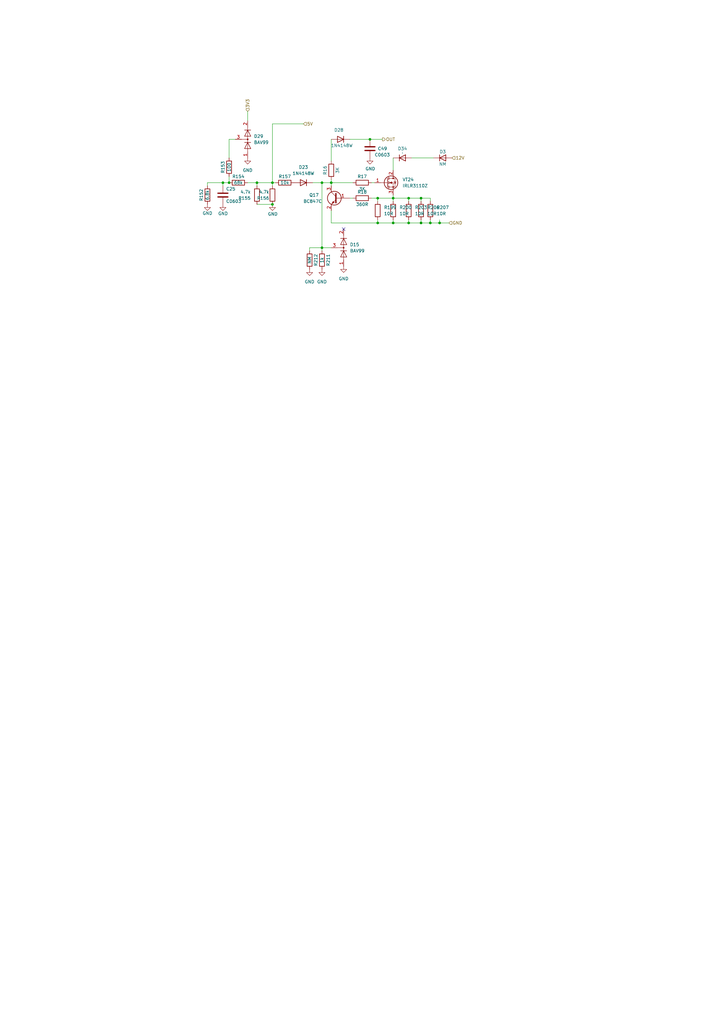
<source format=kicad_sch>
(kicad_sch (version 20211123) (generator eeschema)
  (paper "A3" portrait)
  (title_block (title "s105") (rev "0.1") (company "rusEFI"))
  (lib_symbols
    (symbol "Device:C" (pin_numbers hide) (pin_names (offset 0.254))
      (property "Reference" "C" (at 0.635 2.54 0))
      (property "Value" "C" (at 0.635 -2.54 0))
      (symbol "C_0_1"
        (polyline (pts (xy -2.032 -0.762) (xy 2.032 -0.762)) (stroke (width 0.508)))
        (polyline (pts (xy -2.032 0.762) (xy 2.032 0.762)) (stroke (width 0.508)))
      )
      (symbol "C_1_1"
        (pin passive line (at 0 3.81 270) (length 2.794) (name "~") (number "1"))
        (pin passive line (at 0 -3.81 90) (length 2.794) (name "~") (number "2"))
      )
    )
    (symbol "Device:R" (pin_numbers hide) (pin_names (offset 0))
      (property "Reference" "R" (at 2.032 0 90))
      (property "Value" "R" (at 0 0 90))
      (symbol "R_0_1"
        (rectangle (start -1.016 -2.54) (end 1.016 2.54) (stroke (width 0.254)))
      )
      (symbol "R_1_1"
        (pin passive line (at 0 3.81 270) (length 1.27) (name "~") (number "1"))
        (pin passive line (at 0 -3.81 90) (length 1.27) (name "~") (number "2"))
      )
    )
    (symbol "Diode:1N4148W" (pin_numbers hide) (pin_names hide)
      (property "Reference" "D" (at 0 2.54 0))
      (property "Value" "1N4148W" (at 0 -2.54 0))
      (symbol "1N4148W_0_1"
        (polyline (pts (xy -1.27 1.27) (xy -1.27 -1.27)) (stroke (width 0.254)))
        (polyline (pts (xy 1.27 0) (xy -1.27 0)))
        (polyline (pts (xy 1.27 1.27) (xy 1.27 -1.27) (xy -1.27 0) (xy 1.27 1.27)) (stroke (width 0.254)))
      )
      (symbol "1N4148W_1_1"
        (pin passive line (at -3.81 0 0) (length 2.54) (name "K") (number "1"))
        (pin passive line (at 3.81 0 180) (length 2.54) (name "A") (number "2"))
      )
    )
    (symbol "Diode:BAV99" (pin_names hide)
      (property "Reference" "D" (at 0 5.08 0))
      (property "Value" "BAV99" (at 0 2.54 0))
      (symbol "BAV99_0_1"
        (polyline (pts (xy -5.08 0) (xy 5.08 0)))
      )
      (symbol "BAV99_1_1"
        (polyline (pts (xy 0 0) (xy 0 -2.54)))
        (polyline (pts (xy -1.27 -1.27) (xy -1.27 1.27) (xy -1.27 1.27)) (stroke (width 0.2032)))
        (polyline (pts (xy 3.81 1.27) (xy 3.81 -1.27) (xy 3.81 -1.27)) (stroke (width 0.2032)))
        (polyline (pts (xy -3.81 1.27) (xy -1.27 0) (xy -3.81 -1.27) (xy -3.81 1.27) (xy -3.81 1.27) (xy -3.81 1.27)) (stroke (width 0.2032)))
        (polyline (pts (xy 1.27 1.27) (xy 3.81 0) (xy 1.27 -1.27) (xy 1.27 1.27) (xy 1.27 1.27) (xy 1.27 1.27)) (stroke (width 0.2032)))
        (circle (center 0 0) (radius 0.254) (fill (type outline)))
        (pin passive line (at -7.62 0 0) (length 2.54) (name "K") (number "1"))
        (pin passive line (at 7.62 0 180) (length 2.54) (name "A") (number "2"))
        (pin passive line (at 0 -5.08 90) (length 2.54) (name "K") (number "3"))
      )
    )
    (symbol "Diode:US2JA" (pin_numbers hide) (pin_names (offset 1.016) hide)
      (property "Reference" "D" (at 0 2.54 0))
      (property "Value" "US2JA" (at 0 -2.54 0))
      (symbol "US2JA_0_1"
        (polyline (pts (xy -1.27 1.27) (xy -1.27 -1.27)) (stroke (width 0.254)))
        (polyline (pts (xy 1.27 0) (xy -1.27 0)))
        (polyline (pts (xy 1.27 1.27) (xy 1.27 -1.27) (xy -1.27 0) (xy 1.27 1.27)) (stroke (width 0.254)))
      )
      (symbol "US2JA_1_1"
        (pin passive line (at -3.81 0 0) (length 2.54) (name "K") (number "1"))
        (pin passive line (at 3.81 0 180) (length 2.54) (name "A") (number "2"))
      )
    )
    (symbol "Transistor_BJT:BC847" (pin_names (offset 0) hide)
      (property "Reference" "Q" (at 5.08 1.905 0))
      (property "Value" "BC847" (at 5.08 0 0))
      (symbol "BC847_0_1"
        (polyline (pts (xy 0.635 0.635) (xy 2.54 2.54)))
        (polyline (pts (xy 0.635 -0.635) (xy 2.54 -2.54) (xy 2.54 -2.54)))
        (polyline (pts (xy 0.635 1.905) (xy 0.635 -1.905) (xy 0.635 -1.905)) (stroke (width 0.508)))
        (polyline (pts (xy 1.27 -1.778) (xy 1.778 -1.27) (xy 2.286 -2.286) (xy 1.27 -1.778) (xy 1.27 -1.778)) (fill (type outline)))
        (circle (center 1.27 0) (radius 2.8194) (stroke (width 0.254)))
      )
      (symbol "BC847_1_1"
        (pin input line (at -5.08 0 0) (length 5.715) (name "B") (number "1"))
        (pin passive line (at 2.54 -5.08 90) (length 2.54) (name "E") (number "2"))
        (pin passive line (at 2.54 5.08 270) (length 2.54) (name "C") (number "3"))
      )
    )
    (symbol "Transistor_FET:IRFS4115" (pin_names hide)
      (property "Reference" "Q" (at 5.08 1.905 0))
      (property "Value" "IRFS4115" (at 5.08 0 0))
      (symbol "IRFS4115_0_1"
        (polyline (pts (xy 0.254 0) (xy -2.54 0)))
        (polyline (pts (xy 0.254 1.905) (xy 0.254 -1.905)) (stroke (width 0.254)))
        (polyline (pts (xy 0.762 -1.27) (xy 0.762 -2.286)) (stroke (width 0.254)))
        (polyline (pts (xy 0.762 0.508) (xy 0.762 -0.508)) (stroke (width 0.254)))
        (polyline (pts (xy 0.762 2.286) (xy 0.762 1.27)) (stroke (width 0.254)))
        (polyline (pts (xy 2.54 2.54) (xy 2.54 1.778)))
        (polyline (pts (xy 2.54 -2.54) (xy 2.54 0) (xy 0.762 0)))
        (polyline (pts (xy 0.762 -1.778) (xy 3.302 -1.778) (xy 3.302 1.778) (xy 0.762 1.778)))
        (polyline (pts (xy 1.016 0) (xy 2.032 0.381) (xy 2.032 -0.381) (xy 1.016 0)) (fill (type outline)))
        (polyline (pts (xy 2.794 0.508) (xy 2.921 0.381) (xy 3.683 0.381) (xy 3.81 0.254)))
        (polyline (pts (xy 3.302 0.381) (xy 2.921 -0.254) (xy 3.683 -0.254) (xy 3.302 0.381)))
        (circle (center 1.651 0) (radius 2.794) (stroke (width 0.254)))
        (circle (center 2.54 -1.778) (radius 0.254) (fill (type outline)))
        (circle (center 2.54 1.778) (radius 0.254) (fill (type outline)))
      )
      (symbol "IRFS4115_1_1"
        (pin passive line (at -5.08 0 0) (length 2.54) (name "G") (number "1"))
        (pin passive line (at 2.54 5.08 270) (length 2.54) (name "D") (number "2"))
        (pin passive line (at 2.54 -5.08 90) (length 2.54) (name "S") (number "3"))
      )
    )
    (symbol "power:GND" (power) (pin_names (offset 0))
      (property "Value" "GND" (at 0 -3.81 0))
      (symbol "GND_0_1"
        (polyline (pts (xy 0 0) (xy 0 -1.27) (xy 1.27 -1.27) (xy 0 -2.54) (xy -1.27 -1.27) (xy 0 -1.27)))
      )
      (symbol "GND_1_1"
        (pin power_in line (at 0 0 270) (length 0) hide (name "GND") (number "1"))
      )
    )
  )
  (junction (at 132.08 74.93))
  (junction (at 132.08 101.6))
  (junction (at 167.64 91.44))
  (junction (at 161.29 81.28))
  (junction (at 91.44 74.93))
  (junction (at 154.94 81.28))
  (junction (at 93.98 74.93))
  (junction (at 111.76 83.82))
  (junction (at 180.34 91.44))
  (junction (at 105.41 74.93))
  (junction (at 151.765 57.15))
  (junction (at 111.76 74.93))
  (junction (at 167.64 81.28))
  (junction (at 176.53 91.44))
  (junction (at 135.89 74.93))
  (junction (at 154.94 91.44))
  (junction (at 172.72 91.44))
  (junction (at 161.29 91.44))
  (junction (at 172.72 81.28))
  (no_connect (at 140.97 93.98))
  (wire (pts (xy 154.94 90.17) (xy 154.94 91.44)))
  (wire (pts (xy 127 101.6) (xy 132.08 101.6)))
  (wire (pts (xy 154.94 91.44) (xy 161.29 91.44)))
  (wire (pts (xy 105.41 76.2) (xy 105.41 74.93)))
  (wire (pts (xy 161.29 91.44) (xy 161.29 90.17)))
  (wire (pts (xy 111.76 76.2) (xy 111.76 74.93)))
  (wire (pts (xy 154.94 82.55) (xy 154.94 81.28)))
  (wire (pts (xy 161.29 81.28) (xy 161.29 80.01)))
  (wire (pts (xy 167.64 81.28) (xy 161.29 81.28)))
  (wire (pts (xy 132.08 74.93) (xy 135.89 74.93)))
  (wire (pts (xy 93.98 57.15) (xy 96.52 57.15)))
  (wire (pts (xy 135.89 86.36) (xy 135.89 91.44)))
  (wire (pts (xy 127 102.87) (xy 127 101.6)))
  (wire (pts (xy 167.64 91.44) (xy 161.29 91.44)))
  (wire (pts (xy 135.89 57.15) (xy 135.89 66.04)))
  (wire (pts (xy 151.765 57.15) (xy 143.51 57.15)))
  (wire (pts (xy 135.89 74.93) (xy 144.78 74.93)))
  (wire (pts (xy 176.53 82.55) (xy 176.53 81.28)))
  (wire (pts (xy 111.76 74.93) (xy 105.41 74.93)))
  (wire (pts (xy 91.44 74.93) (xy 93.98 74.93)))
  (wire (pts (xy 111.76 50.8) (xy 111.76 74.93)))
  (wire (pts (xy 135.89 76.2) (xy 135.89 74.93)))
  (wire (pts (xy 161.29 64.77) (xy 161.29 69.85)))
  (wire (pts (xy 172.72 81.28) (xy 172.72 82.55)))
  (wire (pts (xy 128.27 74.93) (xy 132.08 74.93)))
  (wire (pts (xy 152.4 74.93) (xy 153.67 74.93)))
  (wire (pts (xy 93.98 72.39) (xy 93.98 74.93)))
  (wire (pts (xy 167.64 91.44) (xy 172.72 91.44)))
  (wire (pts (xy 135.89 73.66) (xy 135.89 74.93)))
  (wire (pts (xy 85.09 74.93) (xy 85.09 76.2)))
  (wire (pts (xy 172.72 81.28) (xy 167.64 81.28)))
  (wire (pts (xy 172.72 91.44) (xy 176.53 91.44)))
  (wire (pts (xy 176.53 91.44) (xy 180.34 91.44)))
  (wire (pts (xy 161.29 81.28) (xy 161.29 82.55)))
  (wire (pts (xy 154.94 81.28) (xy 161.29 81.28)))
  (wire (pts (xy 168.91 64.77) (xy 177.8 64.77)))
  (wire (pts (xy 132.08 102.87) (xy 132.08 101.6)))
  (wire (pts (xy 101.6 45.72) (xy 101.6 49.53)))
  (wire (pts (xy 156.845 57.15) (xy 151.765 57.15)))
  (wire (pts (xy 132.08 101.6) (xy 132.08 74.93)))
  (wire (pts (xy 176.53 90.17) (xy 176.53 91.44)))
  (wire (pts (xy 135.89 91.44) (xy 154.94 91.44)))
  (wire (pts (xy 105.41 74.93) (xy 101.6 74.93)))
  (wire (pts (xy 111.76 83.82) (xy 105.41 83.82)))
  (wire (pts (xy 176.53 81.28) (xy 172.72 81.28)))
  (wire (pts (xy 91.44 74.93) (xy 91.44 76.2)))
  (wire (pts (xy 180.34 90.17) (xy 180.34 91.44)))
  (wire (pts (xy 167.64 82.55) (xy 167.64 81.28)))
  (wire (pts (xy 111.76 74.93) (xy 113.03 74.93)))
  (wire (pts (xy 93.98 57.15) (xy 93.98 64.77)))
  (wire (pts (xy 124.46 50.8) (xy 111.76 50.8)))
  (wire (pts (xy 143.51 81.28) (xy 144.78 81.28)))
  (wire (pts (xy 85.09 74.93) (xy 91.44 74.93)))
  (wire (pts (xy 172.72 90.17) (xy 172.72 91.44)))
  (wire (pts (xy 152.4 81.28) (xy 154.94 81.28)))
  (wire (pts (xy 180.34 91.44) (xy 184.15 91.44)))
  (wire (pts (xy 167.64 90.17) (xy 167.64 91.44)))
  (wire (pts (xy 135.89 101.6) (xy 132.08 101.6)))
  (hierarchical_label "5V" (shape input) (at 124.46 50.8 0))
  (hierarchical_label "OUT" (shape output) (at 156.845 57.15 0))
  (hierarchical_label "3V3" (shape input) (at 101.6 45.72 90))
  (hierarchical_label "12V" (shape input) (at 185.42 64.77 0))
  (hierarchical_label "GND" (shape input) (at 184.15 91.44 0))
  (symbol (lib_id "Device:R") (at 176.53 86.36 0) (unit 1)
    (property "Reference" "R207" (at 179.07 85.0899 0) (effects (justify left)))
    (property "Value" "10R" (at 179.07 87.6299 0) (effects (justify left)))
    (property "Footprint" "Resistor_SMD:R_0805_2012Metric" (effects hide))
  )
  (symbol (lib_id "Device:R") (at 154.94 86.36 0) (unit 1)
    (property "Reference" "R199" (at 157.48 85.0899 0) (effects (justify left)))
    (property "Value" "10R" (at 157.48 87.6299 0) (effects (justify left)))
    (property "Footprint" "Resistor_SMD:R_0805_2012Metric" (effects hide))
  )
  (symbol (lib_id "Device:C") (at 151.765 60.96 0) (unit 1)
    (property "Reference" "C49" (at 154.94 60.96 0) (effects (justify left)))
    (property "Value" "C0603" (at 153.67 63.5 0) (effects (justify left)))
    (property "Footprint" "Capacitor_SMD:C_0603_1608Metric" (effects hide))
    (property "PageName" "stm32f407_board" (effects hide))
    (property "Part #" "C0603" (effects hide))
  )
  (symbol (lib_id "Device:R") (at 132.08 106.68 0) (unit 1)
    (property "Reference" "R211" (at 134.62 106.68 90))
    (property "Value" "1k" (at 132.08 106.68 90))
    (property "Footprint" "Resistor_SMD:R_0603_1608Metric" (effects hide))
  )
  (symbol (lib_id "Diode:1N4148W") (at 124.46 74.93 0) (mirror y) (unit 1)
    (property "Reference" "D23" (at 124.46 68.58 0))
    (property "Value" "1N4148W" (at 124.46 71.12 0))
    (property "Footprint" "Diode_SMD:D_SOD-123" (effects hide))
    (property "Datasheet" "https://www.vishay.com/docs/85748/1n4148w.pdf" (effects hide))
  )
  (symbol (lib_id "Diode:1N4148W") (at 139.7 57.15 180) (unit 1)
    (property "Reference" "D28" (at 140.97 53.34 0) (effects (justify left)))
    (property "Value" "1N4148W" (at 144.78 59.69 0) (effects (justify left)))
    (property "Footprint" "Diode_SMD:D_SOD-123" (effects hide))
    (property "Datasheet" "https://www.vishay.com/docs/85748/1n4148w.pdf" (effects hide))
  )
  (symbol (lib_id "Device:R") (at 135.89 69.85 180) (unit 1)
    (property "Reference" "R16" (at 133.35 69.85 90))
    (property "Value" "3K" (at 138.43 69.85 90))
    (property "Footprint" "Resistor_SMD:R_0603_1608Metric" (effects hide))
  )
  (symbol (lib_id "Device:R") (at 85.09 80.01 180) (unit 1)
    (property "Reference" "R152" (at 82.55 80.01 90))
    (property "Value" "6.8k" (at 85.09 80.01 90))
    (property "Footprint" "Resistor_SMD:R_0603_1608Metric" (effects hide))
  )
  (symbol (lib_id "Device:R") (at 116.84 74.93 270) (mirror x) (unit 1)
    (property "Reference" "R157" (at 116.84 72.39 90))
    (property "Value" "10k" (at 116.84 74.93 90))
    (property "Footprint" "Resistor_SMD:R_0805_2012Metric" (effects hide))
    (property "PageName" "stm32f407_board" (effects hide))
    (property "Part #" "R0805" (effects hide))
  )
  (symbol (lib_id "Device:R") (at 161.29 86.36 0) (unit 1)
    (property "Reference" "R200" (at 163.83 85.0899 0) (effects (justify left)))
    (property "Value" "10R" (at 163.83 87.6299 0) (effects (justify left)))
    (property "Footprint" "Resistor_SMD:R_0805_2012Metric" (effects hide))
  )
  (symbol (lib_id "Device:R") (at 148.59 81.28 90) (unit 1)
    (property "Reference" "R18" (at 148.59 78.74 90))
    (property "Value" "360R" (at 148.59 83.82 90))
    (property "Footprint" "Resistor_SMD:R_0603_1608Metric" (effects hide))
  )
  (symbol (lib_id "Device:R") (at 148.59 74.93 90) (unit 1)
    (property "Reference" "R17" (at 148.59 72.39 90))
    (property "Value" "3K" (at 148.59 77.47 90))
    (property "Footprint" "Resistor_SMD:R_0603_1608Metric" (effects hide))
  )
  (symbol (lib_id "Transistor_BJT:BC847") (at 138.43 81.28 0) (mirror y) (unit 1)
    (property "Reference" "Q17" (at 130.81 80.01 0) (effects (justify left)))
    (property "Value" "BC847C" (at 132.08 82.55 0) (effects (justify left)))
    (property "Footprint" "Package_TO_SOT_SMD:SOT-23" (effects hide))
    (property "Datasheet" "http://www.infineon.com/dgdl/Infineon-BC847SERIES_BC848SERIES_BC849SERIES_BC850SERIES-DS-v01_01-en.pdf?fileId=db3a304314dca389011541d4630a1657" (effects hide))
  )
  (symbol (lib_id "Diode:BAV99") (at 140.97 101.6 270) (mirror x) (unit 1)
    (property "Reference" "D15" (at 143.51 100.3299 90) (effects (justify left)))
    (property "Value" "BAV99" (at 143.51 102.8699 90) (effects (justify left)))
    (property "Footprint" "Package_TO_SOT_SMD:SOT-23" (effects hide))
    (property "Datasheet" "https://assets.nexperia.com/documents/data-sheet/BAV99_SER.pdf" (effects hide))
  )
  (symbol (lib_id "Device:R") (at 105.41 80.01 180) (unit 1)
    (property "Reference" "R155" (at 102.87 81.2801 0) (effects (justify left)))
    (property "Value" "4.7k" (at 102.87 78.7401 0) (effects (justify left)))
    (property "Footprint" "Resistor_SMD:R_1206_3216Metric" (effects hide))
  )
  (symbol (lib_id "power:GND") (at 132.08 110.49 0) (mirror y) (unit 1)
    (property "Reference" "#PWR0163" (effects hide))
    (property "Value" "GND" (at 132.08 115.57 0))
  )
  (symbol (lib_id "Device:C") (at 91.44 80.01 0) (unit 1)
    (property "Reference" "C25" (at 92.71 77.47 0) (effects (justify left)))
    (property "Value" "C0603" (at 92.71 82.55 0) (effects (justify left)))
    (property "Footprint" "Capacitor_SMD:C_0603_1608Metric" (effects hide))
    (property "PageName" "stm32f407_board" (effects hide))
    (property "Part #" "C0603" (effects hide))
  )
  (symbol (lib_id "power:GND") (at 127 110.49 0) (mirror y) (unit 1)
    (property "Reference" "#PWR0167" (effects hide))
    (property "Value" "GND" (at 127 115.57 0))
  )
  (symbol (lib_id "power:GND") (at 85.09 83.82 0) (unit 1)
    (property "Reference" "#PWR0152" (effects hide))
    (property "Value" "GND" (at 83.0678 87.4565 0) (effects (justify left)))
  )
  (symbol (lib_id "Device:R") (at 93.98 68.58 180) (unit 1)
    (property "Reference" "R153" (at 91.44 68.58 90))
    (property "Value" "100" (at 93.98 68.58 90))
    (property "Footprint" "Resistor_SMD:R_0603_1608Metric" (effects hide))
  )
  (symbol (lib_id "Device:R") (at 111.76 80.01 180) (unit 1)
    (property "Reference" "R156" (at 110.49 81.28 0) (effects (justify left)))
    (property "Value" "4.7k" (at 110.49 78.74 0) (effects (justify left)))
    (property "Footprint" "Resistor_SMD:R_1206_3216Metric" (effects hide))
  )
  (symbol (lib_id "Diode:US2JA") (at 181.61 64.77 0) (unit 1)
    (property "Reference" "D3" (at 181.61 62.23 0))
    (property "Value" "NM" (at 181.61 67.31 0))
    (property "Footprint" "Diode_SMD:D_SMA" (effects hide))
  )
  (symbol (lib_id "Diode:US2JA") (at 165.1 64.77 0) (unit 1)
    (property "Reference" "D34" (at 165.1 60.96 0))
    (property "Value" "." (at 165.1 62.23 0))
    (property "Footprint" "Diode_SMD:D_SMA" (effects hide))
  )
  (symbol (lib_id "Device:R") (at 172.72 86.36 0) (unit 1)
    (property "Reference" "R206" (at 175.26 85.0899 0) (effects (justify left)))
    (property "Value" "10R" (at 175.26 87.6299 0) (effects (justify left)))
    (property "Footprint" "Resistor_SMD:R_0805_2012Metric" (effects hide))
  )
  (symbol (lib_id "Device:R") (at 127 106.68 0) (unit 1)
    (property "Reference" "R212" (at 129.54 106.68 90))
    (property "Value" "NM" (at 127 106.68 90))
    (property "Footprint" "Resistor_SMD:R_0603_1608Metric" (effects hide))
  )
  (symbol (lib_id "Diode:BAV99") (at 101.6 57.15 270) (mirror x) (unit 1)
    (property "Reference" "D29" (at 104.14 55.8799 90) (effects (justify left)))
    (property "Value" "BAV99" (at 104.14 58.4199 90) (effects (justify left)))
    (property "Footprint" "Package_TO_SOT_SMD:SOT-23" (effects hide))
    (property "Datasheet" "https://assets.nexperia.com/documents/data-sheet/BAV99_SER.pdf" (effects hide))
  )
  (symbol (lib_id "power:GND") (at 151.765 64.77 0) (unit 1)
    (property "Reference" "#PWR0350" (effects hide))
    (property "Value" "GND" (at 149.86 69.215 0) (effects (justify left)))
  )
  (symbol (lib_id "Transistor_FET:IRFS4115") (at 158.75 74.93 0) (unit 1)
    (property "Reference" "VT24" (at 165.1 73.6599 0) (effects (justify left)))
    (property "Value" "IRLR3110Z" (at 165.1 76.1999 0) (effects (justify left)))
    (property "Footprint" "Package_TO_SOT_SMD:TO-252-2" (effects hide))
    (property "Datasheet" "https://www.infineon.com/dgdl/irfs4115pbf.pdf?fileId=5546d462533600a401535636e5d2218f" (effects hide))
  )
  (symbol (lib_id "power:GND") (at 111.76 83.82 0) (unit 1)
    (property "Reference" "#PWR0154" (effects hide))
    (property "Value" "GND" (at 109.8579 87.7755 0) (effects (justify left)))
  )
  (symbol (lib_id "Device:R") (at 167.64 86.36 0) (unit 1)
    (property "Reference" "R203" (at 170.18 85.0899 0) (effects (justify left)))
    (property "Value" "10R" (at 170.18 87.6299 0) (effects (justify left)))
    (property "Footprint" "Resistor_SMD:R_0805_2012Metric" (effects hide))
  )
  (symbol (lib_id "power:GND") (at 91.44 83.82 0) (unit 1)
    (property "Reference" "#PWR0153" (effects hide))
    (property "Value" "GND" (at 89.447 87.5841 0) (effects (justify left)))
  )
  (symbol (lib_id "power:GND") (at 101.6 64.77 0) (mirror y) (unit 1)
    (property "Reference" "#PWR0160" (effects hide))
    (property "Value" "GND" (at 101.6 69.85 0))
  )
  (symbol (lib_id "power:GND") (at 140.97 109.22 0) (mirror y) (unit 1)
    (property "Reference" "#PWR0151" (effects hide))
    (property "Value" "GND" (at 140.97 114.3 0))
  )
  (symbol (lib_id "Device:R") (at 97.79 74.93 90) (unit 1)
    (property "Reference" "R154" (at 97.79 72.39 90))
    (property "Value" "68k" (at 97.79 74.93 90))
    (property "Footprint" "Resistor_SMD:R_0603_1608Metric" (effects hide))
  )
)
</source>
